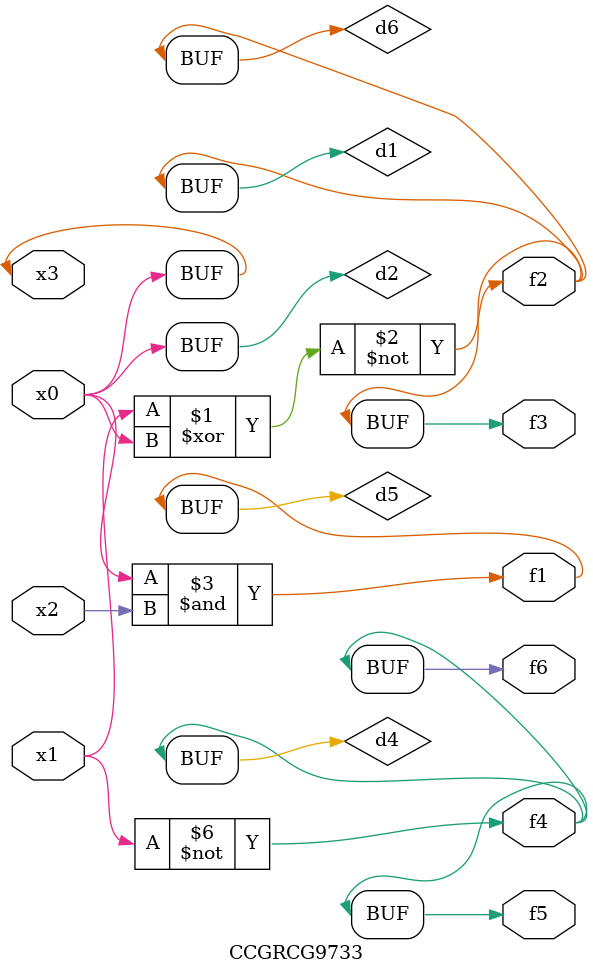
<source format=v>
module CCGRCG9733(
	input x0, x1, x2, x3,
	output f1, f2, f3, f4, f5, f6
);

	wire d1, d2, d3, d4, d5, d6;

	xnor (d1, x1, x3);
	buf (d2, x0, x3);
	nand (d3, x0, x2);
	not (d4, x1);
	nand (d5, d3);
	or (d6, d1);
	assign f1 = d5;
	assign f2 = d6;
	assign f3 = d6;
	assign f4 = d4;
	assign f5 = d4;
	assign f6 = d4;
endmodule

</source>
